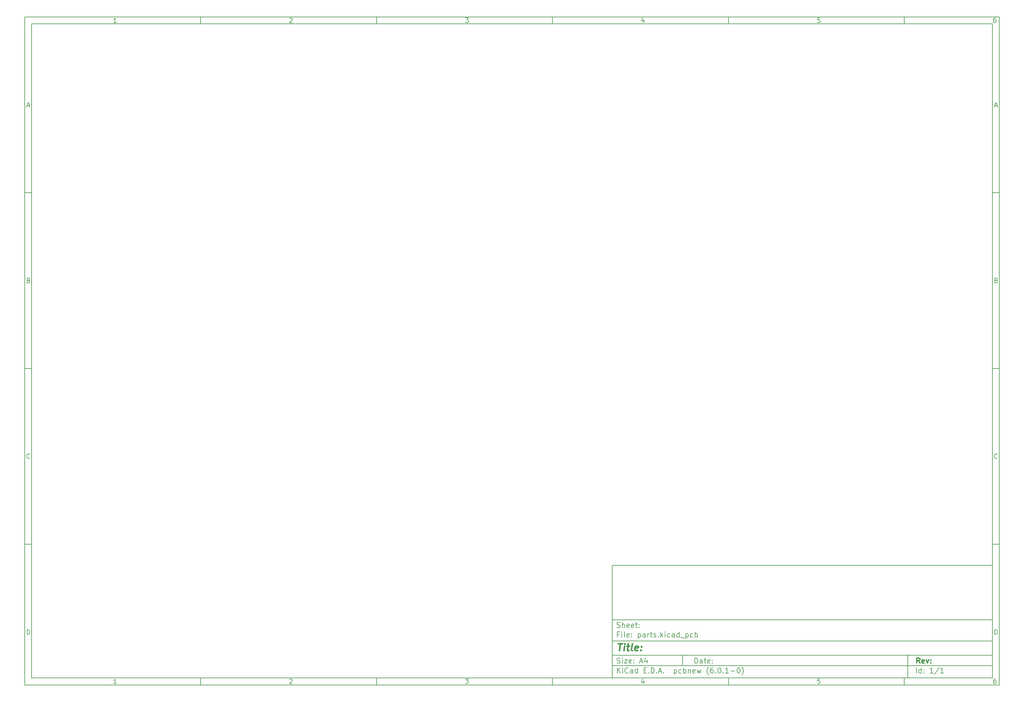
<source format=gtp>
G04 #@! TF.GenerationSoftware,KiCad,Pcbnew,(6.0.1-0)*
G04 #@! TF.CreationDate,2022-01-26T00:07:15+08:00*
G04 #@! TF.ProjectId,parts,70617274-732e-46b6-9963-61645f706362,rev?*
G04 #@! TF.SameCoordinates,Original*
G04 #@! TF.FileFunction,Paste,Top*
G04 #@! TF.FilePolarity,Positive*
%FSLAX46Y46*%
G04 Gerber Fmt 4.6, Leading zero omitted, Abs format (unit mm)*
G04 Created by KiCad (PCBNEW (6.0.1-0)) date 2022-01-26 00:07:15*
%MOMM*%
%LPD*%
G01*
G04 APERTURE LIST*
%ADD10C,0.100000*%
%ADD11C,0.150000*%
%ADD12C,0.300000*%
%ADD13C,0.400000*%
G04 APERTURE END LIST*
D10*
D11*
X177002200Y-166007200D02*
X177002200Y-198007200D01*
X285002200Y-198007200D01*
X285002200Y-166007200D01*
X177002200Y-166007200D01*
D10*
D11*
X10000000Y-10000000D02*
X10000000Y-200007200D01*
X287002200Y-200007200D01*
X287002200Y-10000000D01*
X10000000Y-10000000D01*
D10*
D11*
X12000000Y-12000000D02*
X12000000Y-198007200D01*
X285002200Y-198007200D01*
X285002200Y-12000000D01*
X12000000Y-12000000D01*
D10*
D11*
X60000000Y-12000000D02*
X60000000Y-10000000D01*
D10*
D11*
X110000000Y-12000000D02*
X110000000Y-10000000D01*
D10*
D11*
X160000000Y-12000000D02*
X160000000Y-10000000D01*
D10*
D11*
X210000000Y-12000000D02*
X210000000Y-10000000D01*
D10*
D11*
X260000000Y-12000000D02*
X260000000Y-10000000D01*
D10*
D11*
X36065476Y-11588095D02*
X35322619Y-11588095D01*
X35694047Y-11588095D02*
X35694047Y-10288095D01*
X35570238Y-10473809D01*
X35446428Y-10597619D01*
X35322619Y-10659523D01*
D10*
D11*
X85322619Y-10411904D02*
X85384523Y-10350000D01*
X85508333Y-10288095D01*
X85817857Y-10288095D01*
X85941666Y-10350000D01*
X86003571Y-10411904D01*
X86065476Y-10535714D01*
X86065476Y-10659523D01*
X86003571Y-10845238D01*
X85260714Y-11588095D01*
X86065476Y-11588095D01*
D10*
D11*
X135260714Y-10288095D02*
X136065476Y-10288095D01*
X135632142Y-10783333D01*
X135817857Y-10783333D01*
X135941666Y-10845238D01*
X136003571Y-10907142D01*
X136065476Y-11030952D01*
X136065476Y-11340476D01*
X136003571Y-11464285D01*
X135941666Y-11526190D01*
X135817857Y-11588095D01*
X135446428Y-11588095D01*
X135322619Y-11526190D01*
X135260714Y-11464285D01*
D10*
D11*
X185941666Y-10721428D02*
X185941666Y-11588095D01*
X185632142Y-10226190D02*
X185322619Y-11154761D01*
X186127380Y-11154761D01*
D10*
D11*
X236003571Y-10288095D02*
X235384523Y-10288095D01*
X235322619Y-10907142D01*
X235384523Y-10845238D01*
X235508333Y-10783333D01*
X235817857Y-10783333D01*
X235941666Y-10845238D01*
X236003571Y-10907142D01*
X236065476Y-11030952D01*
X236065476Y-11340476D01*
X236003571Y-11464285D01*
X235941666Y-11526190D01*
X235817857Y-11588095D01*
X235508333Y-11588095D01*
X235384523Y-11526190D01*
X235322619Y-11464285D01*
D10*
D11*
X285941666Y-10288095D02*
X285694047Y-10288095D01*
X285570238Y-10350000D01*
X285508333Y-10411904D01*
X285384523Y-10597619D01*
X285322619Y-10845238D01*
X285322619Y-11340476D01*
X285384523Y-11464285D01*
X285446428Y-11526190D01*
X285570238Y-11588095D01*
X285817857Y-11588095D01*
X285941666Y-11526190D01*
X286003571Y-11464285D01*
X286065476Y-11340476D01*
X286065476Y-11030952D01*
X286003571Y-10907142D01*
X285941666Y-10845238D01*
X285817857Y-10783333D01*
X285570238Y-10783333D01*
X285446428Y-10845238D01*
X285384523Y-10907142D01*
X285322619Y-11030952D01*
D10*
D11*
X60000000Y-198007200D02*
X60000000Y-200007200D01*
D10*
D11*
X110000000Y-198007200D02*
X110000000Y-200007200D01*
D10*
D11*
X160000000Y-198007200D02*
X160000000Y-200007200D01*
D10*
D11*
X210000000Y-198007200D02*
X210000000Y-200007200D01*
D10*
D11*
X260000000Y-198007200D02*
X260000000Y-200007200D01*
D10*
D11*
X36065476Y-199595295D02*
X35322619Y-199595295D01*
X35694047Y-199595295D02*
X35694047Y-198295295D01*
X35570238Y-198481009D01*
X35446428Y-198604819D01*
X35322619Y-198666723D01*
D10*
D11*
X85322619Y-198419104D02*
X85384523Y-198357200D01*
X85508333Y-198295295D01*
X85817857Y-198295295D01*
X85941666Y-198357200D01*
X86003571Y-198419104D01*
X86065476Y-198542914D01*
X86065476Y-198666723D01*
X86003571Y-198852438D01*
X85260714Y-199595295D01*
X86065476Y-199595295D01*
D10*
D11*
X135260714Y-198295295D02*
X136065476Y-198295295D01*
X135632142Y-198790533D01*
X135817857Y-198790533D01*
X135941666Y-198852438D01*
X136003571Y-198914342D01*
X136065476Y-199038152D01*
X136065476Y-199347676D01*
X136003571Y-199471485D01*
X135941666Y-199533390D01*
X135817857Y-199595295D01*
X135446428Y-199595295D01*
X135322619Y-199533390D01*
X135260714Y-199471485D01*
D10*
D11*
X185941666Y-198728628D02*
X185941666Y-199595295D01*
X185632142Y-198233390D02*
X185322619Y-199161961D01*
X186127380Y-199161961D01*
D10*
D11*
X236003571Y-198295295D02*
X235384523Y-198295295D01*
X235322619Y-198914342D01*
X235384523Y-198852438D01*
X235508333Y-198790533D01*
X235817857Y-198790533D01*
X235941666Y-198852438D01*
X236003571Y-198914342D01*
X236065476Y-199038152D01*
X236065476Y-199347676D01*
X236003571Y-199471485D01*
X235941666Y-199533390D01*
X235817857Y-199595295D01*
X235508333Y-199595295D01*
X235384523Y-199533390D01*
X235322619Y-199471485D01*
D10*
D11*
X285941666Y-198295295D02*
X285694047Y-198295295D01*
X285570238Y-198357200D01*
X285508333Y-198419104D01*
X285384523Y-198604819D01*
X285322619Y-198852438D01*
X285322619Y-199347676D01*
X285384523Y-199471485D01*
X285446428Y-199533390D01*
X285570238Y-199595295D01*
X285817857Y-199595295D01*
X285941666Y-199533390D01*
X286003571Y-199471485D01*
X286065476Y-199347676D01*
X286065476Y-199038152D01*
X286003571Y-198914342D01*
X285941666Y-198852438D01*
X285817857Y-198790533D01*
X285570238Y-198790533D01*
X285446428Y-198852438D01*
X285384523Y-198914342D01*
X285322619Y-199038152D01*
D10*
D11*
X10000000Y-60000000D02*
X12000000Y-60000000D01*
D10*
D11*
X10000000Y-110000000D02*
X12000000Y-110000000D01*
D10*
D11*
X10000000Y-160000000D02*
X12000000Y-160000000D01*
D10*
D11*
X10690476Y-35216666D02*
X11309523Y-35216666D01*
X10566666Y-35588095D02*
X11000000Y-34288095D01*
X11433333Y-35588095D01*
D10*
D11*
X11092857Y-84907142D02*
X11278571Y-84969047D01*
X11340476Y-85030952D01*
X11402380Y-85154761D01*
X11402380Y-85340476D01*
X11340476Y-85464285D01*
X11278571Y-85526190D01*
X11154761Y-85588095D01*
X10659523Y-85588095D01*
X10659523Y-84288095D01*
X11092857Y-84288095D01*
X11216666Y-84350000D01*
X11278571Y-84411904D01*
X11340476Y-84535714D01*
X11340476Y-84659523D01*
X11278571Y-84783333D01*
X11216666Y-84845238D01*
X11092857Y-84907142D01*
X10659523Y-84907142D01*
D10*
D11*
X11402380Y-135464285D02*
X11340476Y-135526190D01*
X11154761Y-135588095D01*
X11030952Y-135588095D01*
X10845238Y-135526190D01*
X10721428Y-135402380D01*
X10659523Y-135278571D01*
X10597619Y-135030952D01*
X10597619Y-134845238D01*
X10659523Y-134597619D01*
X10721428Y-134473809D01*
X10845238Y-134350000D01*
X11030952Y-134288095D01*
X11154761Y-134288095D01*
X11340476Y-134350000D01*
X11402380Y-134411904D01*
D10*
D11*
X10659523Y-185588095D02*
X10659523Y-184288095D01*
X10969047Y-184288095D01*
X11154761Y-184350000D01*
X11278571Y-184473809D01*
X11340476Y-184597619D01*
X11402380Y-184845238D01*
X11402380Y-185030952D01*
X11340476Y-185278571D01*
X11278571Y-185402380D01*
X11154761Y-185526190D01*
X10969047Y-185588095D01*
X10659523Y-185588095D01*
D10*
D11*
X287002200Y-60000000D02*
X285002200Y-60000000D01*
D10*
D11*
X287002200Y-110000000D02*
X285002200Y-110000000D01*
D10*
D11*
X287002200Y-160000000D02*
X285002200Y-160000000D01*
D10*
D11*
X285692676Y-35216666D02*
X286311723Y-35216666D01*
X285568866Y-35588095D02*
X286002200Y-34288095D01*
X286435533Y-35588095D01*
D10*
D11*
X286095057Y-84907142D02*
X286280771Y-84969047D01*
X286342676Y-85030952D01*
X286404580Y-85154761D01*
X286404580Y-85340476D01*
X286342676Y-85464285D01*
X286280771Y-85526190D01*
X286156961Y-85588095D01*
X285661723Y-85588095D01*
X285661723Y-84288095D01*
X286095057Y-84288095D01*
X286218866Y-84350000D01*
X286280771Y-84411904D01*
X286342676Y-84535714D01*
X286342676Y-84659523D01*
X286280771Y-84783333D01*
X286218866Y-84845238D01*
X286095057Y-84907142D01*
X285661723Y-84907142D01*
D10*
D11*
X286404580Y-135464285D02*
X286342676Y-135526190D01*
X286156961Y-135588095D01*
X286033152Y-135588095D01*
X285847438Y-135526190D01*
X285723628Y-135402380D01*
X285661723Y-135278571D01*
X285599819Y-135030952D01*
X285599819Y-134845238D01*
X285661723Y-134597619D01*
X285723628Y-134473809D01*
X285847438Y-134350000D01*
X286033152Y-134288095D01*
X286156961Y-134288095D01*
X286342676Y-134350000D01*
X286404580Y-134411904D01*
D10*
D11*
X285661723Y-185588095D02*
X285661723Y-184288095D01*
X285971247Y-184288095D01*
X286156961Y-184350000D01*
X286280771Y-184473809D01*
X286342676Y-184597619D01*
X286404580Y-184845238D01*
X286404580Y-185030952D01*
X286342676Y-185278571D01*
X286280771Y-185402380D01*
X286156961Y-185526190D01*
X285971247Y-185588095D01*
X285661723Y-185588095D01*
D10*
D11*
X200434342Y-193785771D02*
X200434342Y-192285771D01*
X200791485Y-192285771D01*
X201005771Y-192357200D01*
X201148628Y-192500057D01*
X201220057Y-192642914D01*
X201291485Y-192928628D01*
X201291485Y-193142914D01*
X201220057Y-193428628D01*
X201148628Y-193571485D01*
X201005771Y-193714342D01*
X200791485Y-193785771D01*
X200434342Y-193785771D01*
X202577200Y-193785771D02*
X202577200Y-193000057D01*
X202505771Y-192857200D01*
X202362914Y-192785771D01*
X202077200Y-192785771D01*
X201934342Y-192857200D01*
X202577200Y-193714342D02*
X202434342Y-193785771D01*
X202077200Y-193785771D01*
X201934342Y-193714342D01*
X201862914Y-193571485D01*
X201862914Y-193428628D01*
X201934342Y-193285771D01*
X202077200Y-193214342D01*
X202434342Y-193214342D01*
X202577200Y-193142914D01*
X203077200Y-192785771D02*
X203648628Y-192785771D01*
X203291485Y-192285771D02*
X203291485Y-193571485D01*
X203362914Y-193714342D01*
X203505771Y-193785771D01*
X203648628Y-193785771D01*
X204720057Y-193714342D02*
X204577200Y-193785771D01*
X204291485Y-193785771D01*
X204148628Y-193714342D01*
X204077200Y-193571485D01*
X204077200Y-193000057D01*
X204148628Y-192857200D01*
X204291485Y-192785771D01*
X204577200Y-192785771D01*
X204720057Y-192857200D01*
X204791485Y-193000057D01*
X204791485Y-193142914D01*
X204077200Y-193285771D01*
X205434342Y-193642914D02*
X205505771Y-193714342D01*
X205434342Y-193785771D01*
X205362914Y-193714342D01*
X205434342Y-193642914D01*
X205434342Y-193785771D01*
X205434342Y-192857200D02*
X205505771Y-192928628D01*
X205434342Y-193000057D01*
X205362914Y-192928628D01*
X205434342Y-192857200D01*
X205434342Y-193000057D01*
D10*
D11*
X177002200Y-194507200D02*
X285002200Y-194507200D01*
D10*
D11*
X178434342Y-196585771D02*
X178434342Y-195085771D01*
X179291485Y-196585771D02*
X178648628Y-195728628D01*
X179291485Y-195085771D02*
X178434342Y-195942914D01*
X179934342Y-196585771D02*
X179934342Y-195585771D01*
X179934342Y-195085771D02*
X179862914Y-195157200D01*
X179934342Y-195228628D01*
X180005771Y-195157200D01*
X179934342Y-195085771D01*
X179934342Y-195228628D01*
X181505771Y-196442914D02*
X181434342Y-196514342D01*
X181220057Y-196585771D01*
X181077200Y-196585771D01*
X180862914Y-196514342D01*
X180720057Y-196371485D01*
X180648628Y-196228628D01*
X180577200Y-195942914D01*
X180577200Y-195728628D01*
X180648628Y-195442914D01*
X180720057Y-195300057D01*
X180862914Y-195157200D01*
X181077200Y-195085771D01*
X181220057Y-195085771D01*
X181434342Y-195157200D01*
X181505771Y-195228628D01*
X182791485Y-196585771D02*
X182791485Y-195800057D01*
X182720057Y-195657200D01*
X182577200Y-195585771D01*
X182291485Y-195585771D01*
X182148628Y-195657200D01*
X182791485Y-196514342D02*
X182648628Y-196585771D01*
X182291485Y-196585771D01*
X182148628Y-196514342D01*
X182077200Y-196371485D01*
X182077200Y-196228628D01*
X182148628Y-196085771D01*
X182291485Y-196014342D01*
X182648628Y-196014342D01*
X182791485Y-195942914D01*
X184148628Y-196585771D02*
X184148628Y-195085771D01*
X184148628Y-196514342D02*
X184005771Y-196585771D01*
X183720057Y-196585771D01*
X183577200Y-196514342D01*
X183505771Y-196442914D01*
X183434342Y-196300057D01*
X183434342Y-195871485D01*
X183505771Y-195728628D01*
X183577200Y-195657200D01*
X183720057Y-195585771D01*
X184005771Y-195585771D01*
X184148628Y-195657200D01*
X186005771Y-195800057D02*
X186505771Y-195800057D01*
X186720057Y-196585771D02*
X186005771Y-196585771D01*
X186005771Y-195085771D01*
X186720057Y-195085771D01*
X187362914Y-196442914D02*
X187434342Y-196514342D01*
X187362914Y-196585771D01*
X187291485Y-196514342D01*
X187362914Y-196442914D01*
X187362914Y-196585771D01*
X188077200Y-196585771D02*
X188077200Y-195085771D01*
X188434342Y-195085771D01*
X188648628Y-195157200D01*
X188791485Y-195300057D01*
X188862914Y-195442914D01*
X188934342Y-195728628D01*
X188934342Y-195942914D01*
X188862914Y-196228628D01*
X188791485Y-196371485D01*
X188648628Y-196514342D01*
X188434342Y-196585771D01*
X188077200Y-196585771D01*
X189577200Y-196442914D02*
X189648628Y-196514342D01*
X189577200Y-196585771D01*
X189505771Y-196514342D01*
X189577200Y-196442914D01*
X189577200Y-196585771D01*
X190220057Y-196157200D02*
X190934342Y-196157200D01*
X190077200Y-196585771D02*
X190577200Y-195085771D01*
X191077200Y-196585771D01*
X191577200Y-196442914D02*
X191648628Y-196514342D01*
X191577200Y-196585771D01*
X191505771Y-196514342D01*
X191577200Y-196442914D01*
X191577200Y-196585771D01*
X194577200Y-195585771D02*
X194577200Y-197085771D01*
X194577200Y-195657200D02*
X194720057Y-195585771D01*
X195005771Y-195585771D01*
X195148628Y-195657200D01*
X195220057Y-195728628D01*
X195291485Y-195871485D01*
X195291485Y-196300057D01*
X195220057Y-196442914D01*
X195148628Y-196514342D01*
X195005771Y-196585771D01*
X194720057Y-196585771D01*
X194577200Y-196514342D01*
X196577200Y-196514342D02*
X196434342Y-196585771D01*
X196148628Y-196585771D01*
X196005771Y-196514342D01*
X195934342Y-196442914D01*
X195862914Y-196300057D01*
X195862914Y-195871485D01*
X195934342Y-195728628D01*
X196005771Y-195657200D01*
X196148628Y-195585771D01*
X196434342Y-195585771D01*
X196577200Y-195657200D01*
X197220057Y-196585771D02*
X197220057Y-195085771D01*
X197220057Y-195657200D02*
X197362914Y-195585771D01*
X197648628Y-195585771D01*
X197791485Y-195657200D01*
X197862914Y-195728628D01*
X197934342Y-195871485D01*
X197934342Y-196300057D01*
X197862914Y-196442914D01*
X197791485Y-196514342D01*
X197648628Y-196585771D01*
X197362914Y-196585771D01*
X197220057Y-196514342D01*
X198577200Y-195585771D02*
X198577200Y-196585771D01*
X198577200Y-195728628D02*
X198648628Y-195657200D01*
X198791485Y-195585771D01*
X199005771Y-195585771D01*
X199148628Y-195657200D01*
X199220057Y-195800057D01*
X199220057Y-196585771D01*
X200505771Y-196514342D02*
X200362914Y-196585771D01*
X200077200Y-196585771D01*
X199934342Y-196514342D01*
X199862914Y-196371485D01*
X199862914Y-195800057D01*
X199934342Y-195657200D01*
X200077200Y-195585771D01*
X200362914Y-195585771D01*
X200505771Y-195657200D01*
X200577200Y-195800057D01*
X200577200Y-195942914D01*
X199862914Y-196085771D01*
X201077200Y-195585771D02*
X201362914Y-196585771D01*
X201648628Y-195871485D01*
X201934342Y-196585771D01*
X202220057Y-195585771D01*
X204362914Y-197157200D02*
X204291485Y-197085771D01*
X204148628Y-196871485D01*
X204077200Y-196728628D01*
X204005771Y-196514342D01*
X203934342Y-196157200D01*
X203934342Y-195871485D01*
X204005771Y-195514342D01*
X204077200Y-195300057D01*
X204148628Y-195157200D01*
X204291485Y-194942914D01*
X204362914Y-194871485D01*
X205577200Y-195085771D02*
X205291485Y-195085771D01*
X205148628Y-195157200D01*
X205077200Y-195228628D01*
X204934342Y-195442914D01*
X204862914Y-195728628D01*
X204862914Y-196300057D01*
X204934342Y-196442914D01*
X205005771Y-196514342D01*
X205148628Y-196585771D01*
X205434342Y-196585771D01*
X205577200Y-196514342D01*
X205648628Y-196442914D01*
X205720057Y-196300057D01*
X205720057Y-195942914D01*
X205648628Y-195800057D01*
X205577200Y-195728628D01*
X205434342Y-195657200D01*
X205148628Y-195657200D01*
X205005771Y-195728628D01*
X204934342Y-195800057D01*
X204862914Y-195942914D01*
X206362914Y-196442914D02*
X206434342Y-196514342D01*
X206362914Y-196585771D01*
X206291485Y-196514342D01*
X206362914Y-196442914D01*
X206362914Y-196585771D01*
X207362914Y-195085771D02*
X207505771Y-195085771D01*
X207648628Y-195157200D01*
X207720057Y-195228628D01*
X207791485Y-195371485D01*
X207862914Y-195657200D01*
X207862914Y-196014342D01*
X207791485Y-196300057D01*
X207720057Y-196442914D01*
X207648628Y-196514342D01*
X207505771Y-196585771D01*
X207362914Y-196585771D01*
X207220057Y-196514342D01*
X207148628Y-196442914D01*
X207077200Y-196300057D01*
X207005771Y-196014342D01*
X207005771Y-195657200D01*
X207077200Y-195371485D01*
X207148628Y-195228628D01*
X207220057Y-195157200D01*
X207362914Y-195085771D01*
X208505771Y-196442914D02*
X208577200Y-196514342D01*
X208505771Y-196585771D01*
X208434342Y-196514342D01*
X208505771Y-196442914D01*
X208505771Y-196585771D01*
X210005771Y-196585771D02*
X209148628Y-196585771D01*
X209577200Y-196585771D02*
X209577200Y-195085771D01*
X209434342Y-195300057D01*
X209291485Y-195442914D01*
X209148628Y-195514342D01*
X210648628Y-196014342D02*
X211791485Y-196014342D01*
X212791485Y-195085771D02*
X212934342Y-195085771D01*
X213077200Y-195157200D01*
X213148628Y-195228628D01*
X213220057Y-195371485D01*
X213291485Y-195657200D01*
X213291485Y-196014342D01*
X213220057Y-196300057D01*
X213148628Y-196442914D01*
X213077200Y-196514342D01*
X212934342Y-196585771D01*
X212791485Y-196585771D01*
X212648628Y-196514342D01*
X212577200Y-196442914D01*
X212505771Y-196300057D01*
X212434342Y-196014342D01*
X212434342Y-195657200D01*
X212505771Y-195371485D01*
X212577200Y-195228628D01*
X212648628Y-195157200D01*
X212791485Y-195085771D01*
X213791485Y-197157200D02*
X213862914Y-197085771D01*
X214005771Y-196871485D01*
X214077200Y-196728628D01*
X214148628Y-196514342D01*
X214220057Y-196157200D01*
X214220057Y-195871485D01*
X214148628Y-195514342D01*
X214077200Y-195300057D01*
X214005771Y-195157200D01*
X213862914Y-194942914D01*
X213791485Y-194871485D01*
D10*
D11*
X177002200Y-191507200D02*
X285002200Y-191507200D01*
D10*
D12*
X264411485Y-193785771D02*
X263911485Y-193071485D01*
X263554342Y-193785771D02*
X263554342Y-192285771D01*
X264125771Y-192285771D01*
X264268628Y-192357200D01*
X264340057Y-192428628D01*
X264411485Y-192571485D01*
X264411485Y-192785771D01*
X264340057Y-192928628D01*
X264268628Y-193000057D01*
X264125771Y-193071485D01*
X263554342Y-193071485D01*
X265625771Y-193714342D02*
X265482914Y-193785771D01*
X265197200Y-193785771D01*
X265054342Y-193714342D01*
X264982914Y-193571485D01*
X264982914Y-193000057D01*
X265054342Y-192857200D01*
X265197200Y-192785771D01*
X265482914Y-192785771D01*
X265625771Y-192857200D01*
X265697200Y-193000057D01*
X265697200Y-193142914D01*
X264982914Y-193285771D01*
X266197200Y-192785771D02*
X266554342Y-193785771D01*
X266911485Y-192785771D01*
X267482914Y-193642914D02*
X267554342Y-193714342D01*
X267482914Y-193785771D01*
X267411485Y-193714342D01*
X267482914Y-193642914D01*
X267482914Y-193785771D01*
X267482914Y-192857200D02*
X267554342Y-192928628D01*
X267482914Y-193000057D01*
X267411485Y-192928628D01*
X267482914Y-192857200D01*
X267482914Y-193000057D01*
D10*
D11*
X178362914Y-193714342D02*
X178577200Y-193785771D01*
X178934342Y-193785771D01*
X179077200Y-193714342D01*
X179148628Y-193642914D01*
X179220057Y-193500057D01*
X179220057Y-193357200D01*
X179148628Y-193214342D01*
X179077200Y-193142914D01*
X178934342Y-193071485D01*
X178648628Y-193000057D01*
X178505771Y-192928628D01*
X178434342Y-192857200D01*
X178362914Y-192714342D01*
X178362914Y-192571485D01*
X178434342Y-192428628D01*
X178505771Y-192357200D01*
X178648628Y-192285771D01*
X179005771Y-192285771D01*
X179220057Y-192357200D01*
X179862914Y-193785771D02*
X179862914Y-192785771D01*
X179862914Y-192285771D02*
X179791485Y-192357200D01*
X179862914Y-192428628D01*
X179934342Y-192357200D01*
X179862914Y-192285771D01*
X179862914Y-192428628D01*
X180434342Y-192785771D02*
X181220057Y-192785771D01*
X180434342Y-193785771D01*
X181220057Y-193785771D01*
X182362914Y-193714342D02*
X182220057Y-193785771D01*
X181934342Y-193785771D01*
X181791485Y-193714342D01*
X181720057Y-193571485D01*
X181720057Y-193000057D01*
X181791485Y-192857200D01*
X181934342Y-192785771D01*
X182220057Y-192785771D01*
X182362914Y-192857200D01*
X182434342Y-193000057D01*
X182434342Y-193142914D01*
X181720057Y-193285771D01*
X183077200Y-193642914D02*
X183148628Y-193714342D01*
X183077200Y-193785771D01*
X183005771Y-193714342D01*
X183077200Y-193642914D01*
X183077200Y-193785771D01*
X183077200Y-192857200D02*
X183148628Y-192928628D01*
X183077200Y-193000057D01*
X183005771Y-192928628D01*
X183077200Y-192857200D01*
X183077200Y-193000057D01*
X184862914Y-193357200D02*
X185577200Y-193357200D01*
X184720057Y-193785771D02*
X185220057Y-192285771D01*
X185720057Y-193785771D01*
X186862914Y-192785771D02*
X186862914Y-193785771D01*
X186505771Y-192214342D02*
X186148628Y-193285771D01*
X187077200Y-193285771D01*
D10*
D11*
X263434342Y-196585771D02*
X263434342Y-195085771D01*
X264791485Y-196585771D02*
X264791485Y-195085771D01*
X264791485Y-196514342D02*
X264648628Y-196585771D01*
X264362914Y-196585771D01*
X264220057Y-196514342D01*
X264148628Y-196442914D01*
X264077200Y-196300057D01*
X264077200Y-195871485D01*
X264148628Y-195728628D01*
X264220057Y-195657200D01*
X264362914Y-195585771D01*
X264648628Y-195585771D01*
X264791485Y-195657200D01*
X265505771Y-196442914D02*
X265577200Y-196514342D01*
X265505771Y-196585771D01*
X265434342Y-196514342D01*
X265505771Y-196442914D01*
X265505771Y-196585771D01*
X265505771Y-195657200D02*
X265577200Y-195728628D01*
X265505771Y-195800057D01*
X265434342Y-195728628D01*
X265505771Y-195657200D01*
X265505771Y-195800057D01*
X268148628Y-196585771D02*
X267291485Y-196585771D01*
X267720057Y-196585771D02*
X267720057Y-195085771D01*
X267577200Y-195300057D01*
X267434342Y-195442914D01*
X267291485Y-195514342D01*
X269862914Y-195014342D02*
X268577200Y-196942914D01*
X271148628Y-196585771D02*
X270291485Y-196585771D01*
X270720057Y-196585771D02*
X270720057Y-195085771D01*
X270577200Y-195300057D01*
X270434342Y-195442914D01*
X270291485Y-195514342D01*
D10*
D11*
X177002200Y-187507200D02*
X285002200Y-187507200D01*
D10*
D13*
X178714580Y-188211961D02*
X179857438Y-188211961D01*
X179036009Y-190211961D02*
X179286009Y-188211961D01*
X180274104Y-190211961D02*
X180440771Y-188878628D01*
X180524104Y-188211961D02*
X180416961Y-188307200D01*
X180500295Y-188402438D01*
X180607438Y-188307200D01*
X180524104Y-188211961D01*
X180500295Y-188402438D01*
X181107438Y-188878628D02*
X181869342Y-188878628D01*
X181476485Y-188211961D02*
X181262200Y-189926247D01*
X181333628Y-190116723D01*
X181512200Y-190211961D01*
X181702676Y-190211961D01*
X182655057Y-190211961D02*
X182476485Y-190116723D01*
X182405057Y-189926247D01*
X182619342Y-188211961D01*
X184190771Y-190116723D02*
X183988390Y-190211961D01*
X183607438Y-190211961D01*
X183428866Y-190116723D01*
X183357438Y-189926247D01*
X183452676Y-189164342D01*
X183571723Y-188973866D01*
X183774104Y-188878628D01*
X184155057Y-188878628D01*
X184333628Y-188973866D01*
X184405057Y-189164342D01*
X184381247Y-189354819D01*
X183405057Y-189545295D01*
X185155057Y-190021485D02*
X185238390Y-190116723D01*
X185131247Y-190211961D01*
X185047914Y-190116723D01*
X185155057Y-190021485D01*
X185131247Y-190211961D01*
X185286009Y-188973866D02*
X185369342Y-189069104D01*
X185262200Y-189164342D01*
X185178866Y-189069104D01*
X185286009Y-188973866D01*
X185262200Y-189164342D01*
D10*
D11*
X178934342Y-185600057D02*
X178434342Y-185600057D01*
X178434342Y-186385771D02*
X178434342Y-184885771D01*
X179148628Y-184885771D01*
X179720057Y-186385771D02*
X179720057Y-185385771D01*
X179720057Y-184885771D02*
X179648628Y-184957200D01*
X179720057Y-185028628D01*
X179791485Y-184957200D01*
X179720057Y-184885771D01*
X179720057Y-185028628D01*
X180648628Y-186385771D02*
X180505771Y-186314342D01*
X180434342Y-186171485D01*
X180434342Y-184885771D01*
X181791485Y-186314342D02*
X181648628Y-186385771D01*
X181362914Y-186385771D01*
X181220057Y-186314342D01*
X181148628Y-186171485D01*
X181148628Y-185600057D01*
X181220057Y-185457200D01*
X181362914Y-185385771D01*
X181648628Y-185385771D01*
X181791485Y-185457200D01*
X181862914Y-185600057D01*
X181862914Y-185742914D01*
X181148628Y-185885771D01*
X182505771Y-186242914D02*
X182577200Y-186314342D01*
X182505771Y-186385771D01*
X182434342Y-186314342D01*
X182505771Y-186242914D01*
X182505771Y-186385771D01*
X182505771Y-185457200D02*
X182577200Y-185528628D01*
X182505771Y-185600057D01*
X182434342Y-185528628D01*
X182505771Y-185457200D01*
X182505771Y-185600057D01*
X184362914Y-185385771D02*
X184362914Y-186885771D01*
X184362914Y-185457200D02*
X184505771Y-185385771D01*
X184791485Y-185385771D01*
X184934342Y-185457200D01*
X185005771Y-185528628D01*
X185077200Y-185671485D01*
X185077200Y-186100057D01*
X185005771Y-186242914D01*
X184934342Y-186314342D01*
X184791485Y-186385771D01*
X184505771Y-186385771D01*
X184362914Y-186314342D01*
X186362914Y-186385771D02*
X186362914Y-185600057D01*
X186291485Y-185457200D01*
X186148628Y-185385771D01*
X185862914Y-185385771D01*
X185720057Y-185457200D01*
X186362914Y-186314342D02*
X186220057Y-186385771D01*
X185862914Y-186385771D01*
X185720057Y-186314342D01*
X185648628Y-186171485D01*
X185648628Y-186028628D01*
X185720057Y-185885771D01*
X185862914Y-185814342D01*
X186220057Y-185814342D01*
X186362914Y-185742914D01*
X187077200Y-186385771D02*
X187077200Y-185385771D01*
X187077200Y-185671485D02*
X187148628Y-185528628D01*
X187220057Y-185457200D01*
X187362914Y-185385771D01*
X187505771Y-185385771D01*
X187791485Y-185385771D02*
X188362914Y-185385771D01*
X188005771Y-184885771D02*
X188005771Y-186171485D01*
X188077200Y-186314342D01*
X188220057Y-186385771D01*
X188362914Y-186385771D01*
X188791485Y-186314342D02*
X188934342Y-186385771D01*
X189220057Y-186385771D01*
X189362914Y-186314342D01*
X189434342Y-186171485D01*
X189434342Y-186100057D01*
X189362914Y-185957200D01*
X189220057Y-185885771D01*
X189005771Y-185885771D01*
X188862914Y-185814342D01*
X188791485Y-185671485D01*
X188791485Y-185600057D01*
X188862914Y-185457200D01*
X189005771Y-185385771D01*
X189220057Y-185385771D01*
X189362914Y-185457200D01*
X190077200Y-186242914D02*
X190148628Y-186314342D01*
X190077200Y-186385771D01*
X190005771Y-186314342D01*
X190077200Y-186242914D01*
X190077200Y-186385771D01*
X190791485Y-186385771D02*
X190791485Y-184885771D01*
X190934342Y-185814342D02*
X191362914Y-186385771D01*
X191362914Y-185385771D02*
X190791485Y-185957200D01*
X192005771Y-186385771D02*
X192005771Y-185385771D01*
X192005771Y-184885771D02*
X191934342Y-184957200D01*
X192005771Y-185028628D01*
X192077200Y-184957200D01*
X192005771Y-184885771D01*
X192005771Y-185028628D01*
X193362914Y-186314342D02*
X193220057Y-186385771D01*
X192934342Y-186385771D01*
X192791485Y-186314342D01*
X192720057Y-186242914D01*
X192648628Y-186100057D01*
X192648628Y-185671485D01*
X192720057Y-185528628D01*
X192791485Y-185457200D01*
X192934342Y-185385771D01*
X193220057Y-185385771D01*
X193362914Y-185457200D01*
X194648628Y-186385771D02*
X194648628Y-185600057D01*
X194577200Y-185457200D01*
X194434342Y-185385771D01*
X194148628Y-185385771D01*
X194005771Y-185457200D01*
X194648628Y-186314342D02*
X194505771Y-186385771D01*
X194148628Y-186385771D01*
X194005771Y-186314342D01*
X193934342Y-186171485D01*
X193934342Y-186028628D01*
X194005771Y-185885771D01*
X194148628Y-185814342D01*
X194505771Y-185814342D01*
X194648628Y-185742914D01*
X196005771Y-186385771D02*
X196005771Y-184885771D01*
X196005771Y-186314342D02*
X195862914Y-186385771D01*
X195577200Y-186385771D01*
X195434342Y-186314342D01*
X195362914Y-186242914D01*
X195291485Y-186100057D01*
X195291485Y-185671485D01*
X195362914Y-185528628D01*
X195434342Y-185457200D01*
X195577200Y-185385771D01*
X195862914Y-185385771D01*
X196005771Y-185457200D01*
X196362914Y-186528628D02*
X197505771Y-186528628D01*
X197862914Y-185385771D02*
X197862914Y-186885771D01*
X197862914Y-185457200D02*
X198005771Y-185385771D01*
X198291485Y-185385771D01*
X198434342Y-185457200D01*
X198505771Y-185528628D01*
X198577200Y-185671485D01*
X198577200Y-186100057D01*
X198505771Y-186242914D01*
X198434342Y-186314342D01*
X198291485Y-186385771D01*
X198005771Y-186385771D01*
X197862914Y-186314342D01*
X199862914Y-186314342D02*
X199720057Y-186385771D01*
X199434342Y-186385771D01*
X199291485Y-186314342D01*
X199220057Y-186242914D01*
X199148628Y-186100057D01*
X199148628Y-185671485D01*
X199220057Y-185528628D01*
X199291485Y-185457200D01*
X199434342Y-185385771D01*
X199720057Y-185385771D01*
X199862914Y-185457200D01*
X200505771Y-186385771D02*
X200505771Y-184885771D01*
X200505771Y-185457200D02*
X200648628Y-185385771D01*
X200934342Y-185385771D01*
X201077200Y-185457200D01*
X201148628Y-185528628D01*
X201220057Y-185671485D01*
X201220057Y-186100057D01*
X201148628Y-186242914D01*
X201077200Y-186314342D01*
X200934342Y-186385771D01*
X200648628Y-186385771D01*
X200505771Y-186314342D01*
D10*
D11*
X177002200Y-181507200D02*
X285002200Y-181507200D01*
D10*
D11*
X178362914Y-183614342D02*
X178577200Y-183685771D01*
X178934342Y-183685771D01*
X179077200Y-183614342D01*
X179148628Y-183542914D01*
X179220057Y-183400057D01*
X179220057Y-183257200D01*
X179148628Y-183114342D01*
X179077200Y-183042914D01*
X178934342Y-182971485D01*
X178648628Y-182900057D01*
X178505771Y-182828628D01*
X178434342Y-182757200D01*
X178362914Y-182614342D01*
X178362914Y-182471485D01*
X178434342Y-182328628D01*
X178505771Y-182257200D01*
X178648628Y-182185771D01*
X179005771Y-182185771D01*
X179220057Y-182257200D01*
X179862914Y-183685771D02*
X179862914Y-182185771D01*
X180505771Y-183685771D02*
X180505771Y-182900057D01*
X180434342Y-182757200D01*
X180291485Y-182685771D01*
X180077200Y-182685771D01*
X179934342Y-182757200D01*
X179862914Y-182828628D01*
X181791485Y-183614342D02*
X181648628Y-183685771D01*
X181362914Y-183685771D01*
X181220057Y-183614342D01*
X181148628Y-183471485D01*
X181148628Y-182900057D01*
X181220057Y-182757200D01*
X181362914Y-182685771D01*
X181648628Y-182685771D01*
X181791485Y-182757200D01*
X181862914Y-182900057D01*
X181862914Y-183042914D01*
X181148628Y-183185771D01*
X183077200Y-183614342D02*
X182934342Y-183685771D01*
X182648628Y-183685771D01*
X182505771Y-183614342D01*
X182434342Y-183471485D01*
X182434342Y-182900057D01*
X182505771Y-182757200D01*
X182648628Y-182685771D01*
X182934342Y-182685771D01*
X183077200Y-182757200D01*
X183148628Y-182900057D01*
X183148628Y-183042914D01*
X182434342Y-183185771D01*
X183577200Y-182685771D02*
X184148628Y-182685771D01*
X183791485Y-182185771D02*
X183791485Y-183471485D01*
X183862914Y-183614342D01*
X184005771Y-183685771D01*
X184148628Y-183685771D01*
X184648628Y-183542914D02*
X184720057Y-183614342D01*
X184648628Y-183685771D01*
X184577200Y-183614342D01*
X184648628Y-183542914D01*
X184648628Y-183685771D01*
X184648628Y-182757200D02*
X184720057Y-182828628D01*
X184648628Y-182900057D01*
X184577200Y-182828628D01*
X184648628Y-182757200D01*
X184648628Y-182900057D01*
D10*
D12*
D10*
D11*
D10*
D11*
D10*
D11*
D10*
D11*
D10*
D11*
X197002200Y-191507200D02*
X197002200Y-194507200D01*
D10*
D11*
X261002200Y-191507200D02*
X261002200Y-198007200D01*
M02*

</source>
